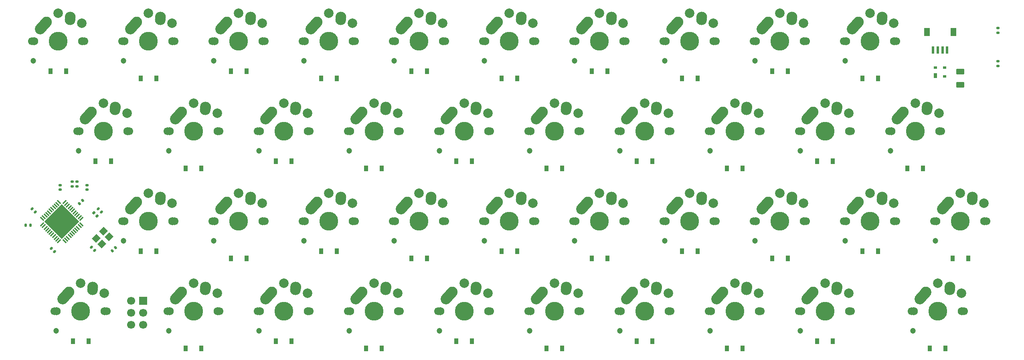
<source format=gbr>
%TF.GenerationSoftware,KiCad,Pcbnew,(6.0.7)*%
%TF.CreationDate,2022-10-29T13:55:09+02:00*%
%TF.ProjectId,Didaktik,44696461-6b74-4696-9b2e-6b696361645f,rev?*%
%TF.SameCoordinates,Original*%
%TF.FileFunction,Soldermask,Bot*%
%TF.FilePolarity,Negative*%
%FSLAX46Y46*%
G04 Gerber Fmt 4.6, Leading zero omitted, Abs format (unit mm)*
G04 Created by KiCad (PCBNEW (6.0.7)) date 2022-10-29 13:55:09*
%MOMM*%
%LPD*%
G01*
G04 APERTURE LIST*
G04 Aperture macros list*
%AMRoundRect*
0 Rectangle with rounded corners*
0 $1 Rounding radius*
0 $2 $3 $4 $5 $6 $7 $8 $9 X,Y pos of 4 corners*
0 Add a 4 corners polygon primitive as box body*
4,1,4,$2,$3,$4,$5,$6,$7,$8,$9,$2,$3,0*
0 Add four circle primitives for the rounded corners*
1,1,$1+$1,$2,$3*
1,1,$1+$1,$4,$5*
1,1,$1+$1,$6,$7*
1,1,$1+$1,$8,$9*
0 Add four rect primitives between the rounded corners*
20,1,$1+$1,$2,$3,$4,$5,0*
20,1,$1+$1,$4,$5,$6,$7,0*
20,1,$1+$1,$6,$7,$8,$9,0*
20,1,$1+$1,$8,$9,$2,$3,0*%
%AMHorizOval*
0 Thick line with rounded ends*
0 $1 width*
0 $2 $3 position (X,Y) of the first rounded end (center of the circle)*
0 $4 $5 position (X,Y) of the second rounded end (center of the circle)*
0 Add line between two ends*
20,1,$1,$2,$3,$4,$5,0*
0 Add two circle primitives to create the rounded ends*
1,1,$1,$2,$3*
1,1,$1,$4,$5*%
%AMRotRect*
0 Rectangle, with rotation*
0 The origin of the aperture is its center*
0 $1 length*
0 $2 width*
0 $3 Rotation angle, in degrees counterclockwise*
0 Add horizontal line*
21,1,$1,$2,0,0,$3*%
G04 Aperture macros list end*
%ADD10C,1.200000*%
%ADD11C,1.700000*%
%ADD12C,1.750000*%
%ADD13C,3.987800*%
%ADD14C,2.000000*%
%ADD15C,2.250000*%
%ADD16HorizOval,2.250000X0.019771X0.290016X-0.019771X-0.290016X0*%
%ADD17HorizOval,2.250000X0.654995X0.730004X-0.654995X-0.730004X0*%
%ADD18R,0.900000X1.200000*%
%ADD19R,1.200000X1.800000*%
%ADD20R,0.600000X1.550000*%
%ADD21RoundRect,0.140000X0.170000X-0.140000X0.170000X0.140000X-0.170000X0.140000X-0.170000X-0.140000X0*%
%ADD22RoundRect,0.140000X0.021213X-0.219203X0.219203X-0.021213X-0.021213X0.219203X-0.219203X0.021213X0*%
%ADD23RoundRect,0.135000X0.135000X0.185000X-0.135000X0.185000X-0.135000X-0.185000X0.135000X-0.185000X0*%
%ADD24RotRect,1.400000X1.200000X45.000000*%
%ADD25RoundRect,0.062500X0.291682X0.380070X-0.380070X-0.291682X-0.291682X-0.380070X0.380070X0.291682X0*%
%ADD26RoundRect,0.062500X-0.291682X0.380070X-0.380070X0.291682X0.291682X-0.380070X0.380070X-0.291682X0*%
%ADD27RotRect,5.200000X5.200000X225.000000*%
%ADD28R,0.700000X1.000000*%
%ADD29R,0.700000X0.600000*%
%ADD30R,1.700000X1.700000*%
%ADD31RoundRect,0.140000X0.219203X0.021213X0.021213X0.219203X-0.219203X-0.021213X-0.021213X-0.219203X0*%
%ADD32RoundRect,0.135000X-0.185000X0.135000X-0.185000X-0.135000X0.185000X-0.135000X0.185000X0.135000X0*%
%ADD33RoundRect,0.135000X0.226274X0.035355X0.035355X0.226274X-0.226274X-0.035355X-0.035355X-0.226274X0*%
%ADD34RoundRect,0.135000X0.185000X-0.135000X0.185000X0.135000X-0.185000X0.135000X-0.185000X-0.135000X0*%
%ADD35RoundRect,0.250000X-0.625000X0.375000X-0.625000X-0.375000X0.625000X-0.375000X0.625000X0.375000X0*%
%ADD36RoundRect,0.140000X-0.219203X-0.021213X-0.021213X-0.219203X0.219203X0.021213X0.021213X0.219203X0*%
G04 APERTURE END LIST*
D10*
%TO.C,SW3*%
X45580000Y-64525000D03*
D11*
X56300000Y-60325000D03*
D12*
X55880000Y-60325000D03*
X45720000Y-60325000D03*
D13*
X50800000Y-60325000D03*
D11*
X45300000Y-60325000D03*
D14*
X55800000Y-56525000D03*
D15*
X53340000Y-55245000D03*
D16*
X53319771Y-55534984D03*
D17*
X47644995Y-57054996D03*
D15*
X48300000Y-56325000D03*
D14*
X50800000Y-54425000D03*
%TD*%
D13*
%TO.C,SW20*%
X136525000Y-79375000D03*
D12*
X131445000Y-79375000D03*
D10*
X131305000Y-83575000D03*
D12*
X141605000Y-79375000D03*
D11*
X131025000Y-79375000D03*
X142025000Y-79375000D03*
D16*
X139044771Y-74584984D03*
D15*
X139065000Y-74295000D03*
D14*
X141525000Y-75575000D03*
X136525000Y-73475000D03*
D15*
X134025000Y-75375000D03*
D17*
X133369995Y-76104996D03*
%TD*%
D12*
%TO.C,SW10*%
X84455000Y-41275000D03*
D10*
X74155000Y-45475000D03*
D11*
X84875000Y-41275000D03*
D12*
X74295000Y-41275000D03*
D11*
X73875000Y-41275000D03*
D13*
X79375000Y-41275000D03*
D16*
X81894771Y-36484984D03*
D15*
X81915000Y-36195000D03*
D14*
X84375000Y-37475000D03*
X79375000Y-35375000D03*
D17*
X76219995Y-38004996D03*
D15*
X76875000Y-37275000D03*
%TD*%
D12*
%TO.C,SW9*%
X74930000Y-98425000D03*
D10*
X64630000Y-102625000D03*
D12*
X64770000Y-98425000D03*
D13*
X69850000Y-98425000D03*
D11*
X64350000Y-98425000D03*
X75350000Y-98425000D03*
D14*
X74850000Y-94625000D03*
D16*
X72369771Y-93634984D03*
D15*
X72390000Y-93345000D03*
D17*
X66694995Y-95154996D03*
D15*
X67350000Y-94425000D03*
D14*
X69850000Y-92525000D03*
%TD*%
D13*
%TO.C,SW12*%
X98425000Y-79375000D03*
D11*
X103925000Y-79375000D03*
X92925000Y-79375000D03*
D12*
X103505000Y-79375000D03*
D10*
X93205000Y-83575000D03*
D12*
X93345000Y-79375000D03*
D14*
X103425000Y-75575000D03*
D15*
X100965000Y-74295000D03*
D16*
X100944771Y-74584984D03*
D15*
X95925000Y-75375000D03*
D17*
X95269995Y-76104996D03*
D14*
X98425000Y-73475000D03*
%TD*%
D12*
%TO.C,SW31*%
X179070000Y-60325000D03*
D11*
X189650000Y-60325000D03*
D13*
X184150000Y-60325000D03*
D12*
X189230000Y-60325000D03*
D11*
X178650000Y-60325000D03*
D10*
X178930000Y-64525000D03*
D16*
X186669771Y-55534984D03*
D14*
X189150000Y-56525000D03*
D15*
X186690000Y-55245000D03*
D17*
X180994995Y-57054996D03*
D14*
X184150000Y-54425000D03*
D15*
X181650000Y-56325000D03*
%TD*%
D13*
%TO.C,SW23*%
X146050000Y-60325000D03*
D11*
X151550000Y-60325000D03*
D12*
X140970000Y-60325000D03*
D11*
X140550000Y-60325000D03*
D12*
X151130000Y-60325000D03*
D10*
X140830000Y-64525000D03*
D16*
X148569771Y-55534984D03*
D15*
X148590000Y-55245000D03*
D14*
X151050000Y-56525000D03*
D15*
X143550000Y-56325000D03*
D14*
X146050000Y-54425000D03*
D17*
X142894995Y-57054996D03*
%TD*%
D12*
%TO.C,SW5*%
X51117500Y-98425000D03*
D10*
X40817500Y-102625000D03*
D12*
X40957500Y-98425000D03*
D11*
X40537500Y-98425000D03*
D13*
X46037500Y-98425000D03*
D11*
X51537500Y-98425000D03*
D16*
X48557271Y-93634984D03*
D14*
X51037500Y-94625000D03*
D15*
X48577500Y-93345000D03*
D17*
X42882495Y-95154996D03*
D14*
X46037500Y-92525000D03*
D15*
X43537500Y-94425000D03*
%TD*%
D10*
%TO.C,SW40*%
X226555000Y-83575000D03*
D11*
X226275000Y-79375000D03*
D13*
X231775000Y-79375000D03*
D12*
X226695000Y-79375000D03*
X236855000Y-79375000D03*
D11*
X237275000Y-79375000D03*
D14*
X236775000Y-75575000D03*
D15*
X234315000Y-74295000D03*
D16*
X234294771Y-74584984D03*
D14*
X231775000Y-73475000D03*
D15*
X229275000Y-75375000D03*
D17*
X228619995Y-76104996D03*
%TD*%
D12*
%TO.C,SW34*%
X188595000Y-41275000D03*
D13*
X193675000Y-41275000D03*
D10*
X188455000Y-45475000D03*
D11*
X199175000Y-41275000D03*
X188175000Y-41275000D03*
D12*
X198755000Y-41275000D03*
D16*
X196194771Y-36484984D03*
D15*
X196215000Y-36195000D03*
D14*
X198675000Y-37475000D03*
D15*
X191175000Y-37275000D03*
D17*
X190519995Y-38004996D03*
D14*
X193675000Y-35375000D03*
%TD*%
D10*
%TO.C,SW19*%
X121780000Y-64525000D03*
D12*
X132080000Y-60325000D03*
D11*
X132500000Y-60325000D03*
D12*
X121920000Y-60325000D03*
D13*
X127000000Y-60325000D03*
D11*
X121500000Y-60325000D03*
D14*
X132000000Y-56525000D03*
D16*
X129519771Y-55534984D03*
D15*
X129540000Y-55245000D03*
D14*
X127000000Y-54425000D03*
D15*
X124500000Y-56325000D03*
D17*
X123844995Y-57054996D03*
%TD*%
D12*
%TO.C,SW27*%
X170180000Y-60325000D03*
D10*
X159880000Y-64525000D03*
D11*
X159600000Y-60325000D03*
D13*
X165100000Y-60325000D03*
D11*
X170600000Y-60325000D03*
D12*
X160020000Y-60325000D03*
D16*
X167619771Y-55534984D03*
D15*
X167640000Y-55245000D03*
D14*
X170100000Y-56525000D03*
D17*
X161944995Y-57054996D03*
D14*
X165100000Y-54425000D03*
D15*
X162600000Y-56325000D03*
%TD*%
D11*
%TO.C,SW38*%
X207225000Y-41275000D03*
D13*
X212725000Y-41275000D03*
D12*
X217805000Y-41275000D03*
D11*
X218225000Y-41275000D03*
D12*
X207645000Y-41275000D03*
D10*
X207505000Y-45475000D03*
D14*
X217725000Y-37475000D03*
D16*
X215244771Y-36484984D03*
D15*
X215265000Y-36195000D03*
D14*
X212725000Y-35375000D03*
D17*
X209569995Y-38004996D03*
D15*
X210225000Y-37275000D03*
%TD*%
D13*
%TO.C,SW15*%
X107950000Y-60325000D03*
D10*
X102730000Y-64525000D03*
D11*
X113450000Y-60325000D03*
X102450000Y-60325000D03*
D12*
X113030000Y-60325000D03*
X102870000Y-60325000D03*
D14*
X112950000Y-56525000D03*
D15*
X110490000Y-55245000D03*
D16*
X110469771Y-55534984D03*
D14*
X107950000Y-54425000D03*
D17*
X104794995Y-57054996D03*
D15*
X105450000Y-56325000D03*
%TD*%
D12*
%TO.C,SW32*%
X188595000Y-79375000D03*
D10*
X188455000Y-83575000D03*
D12*
X198755000Y-79375000D03*
D13*
X193675000Y-79375000D03*
D11*
X188175000Y-79375000D03*
X199175000Y-79375000D03*
D16*
X196194771Y-74584984D03*
D15*
X196215000Y-74295000D03*
D14*
X198675000Y-75575000D03*
X193675000Y-73475000D03*
D17*
X190519995Y-76104996D03*
D15*
X191175000Y-75375000D03*
%TD*%
D13*
%TO.C,SW21*%
X127000000Y-98425000D03*
D12*
X132080000Y-98425000D03*
X121920000Y-98425000D03*
D11*
X132500000Y-98425000D03*
D10*
X121780000Y-102625000D03*
D11*
X121500000Y-98425000D03*
D15*
X129540000Y-93345000D03*
D14*
X132000000Y-94625000D03*
D16*
X129519771Y-93634984D03*
D14*
X127000000Y-92525000D03*
D17*
X123844995Y-95154996D03*
D15*
X124500000Y-94425000D03*
%TD*%
D12*
%TO.C,SW7*%
X74930000Y-60325000D03*
X64770000Y-60325000D03*
D13*
X69850000Y-60325000D03*
D11*
X75350000Y-60325000D03*
D10*
X64630000Y-64525000D03*
D11*
X64350000Y-60325000D03*
D15*
X72390000Y-55245000D03*
D16*
X72369771Y-55534984D03*
D14*
X74850000Y-56525000D03*
D15*
X67350000Y-56325000D03*
D14*
X69850000Y-54425000D03*
D17*
X66694995Y-57054996D03*
%TD*%
D11*
%TO.C,SW11*%
X94400000Y-60325000D03*
D12*
X93980000Y-60325000D03*
D10*
X83680000Y-64525000D03*
D13*
X88900000Y-60325000D03*
D12*
X83820000Y-60325000D03*
D11*
X83400000Y-60325000D03*
D16*
X91419771Y-55534984D03*
D14*
X93900000Y-56525000D03*
D15*
X91440000Y-55245000D03*
D17*
X85744995Y-57054996D03*
D14*
X88900000Y-54425000D03*
D15*
X86400000Y-56325000D03*
%TD*%
D12*
%TO.C,SW14*%
X93345000Y-41275000D03*
D11*
X103925000Y-41275000D03*
D13*
X98425000Y-41275000D03*
D12*
X103505000Y-41275000D03*
D10*
X93205000Y-45475000D03*
D11*
X92925000Y-41275000D03*
D16*
X100944771Y-36484984D03*
D14*
X103425000Y-37475000D03*
D15*
X100965000Y-36195000D03*
D17*
X95269995Y-38004996D03*
D14*
X98425000Y-35375000D03*
D15*
X95925000Y-37275000D03*
%TD*%
D11*
%TO.C,SW41*%
X221512500Y-98425000D03*
D12*
X232092500Y-98425000D03*
D13*
X227012500Y-98425000D03*
D11*
X232512500Y-98425000D03*
D10*
X221792500Y-102625000D03*
D12*
X221932500Y-98425000D03*
D15*
X229552500Y-93345000D03*
D16*
X229532271Y-93634984D03*
D14*
X232012500Y-94625000D03*
D17*
X223857495Y-95154996D03*
D15*
X224512500Y-94425000D03*
D14*
X227012500Y-92525000D03*
%TD*%
D12*
%TO.C,SW30*%
X169545000Y-41275000D03*
X179705000Y-41275000D03*
D10*
X169405000Y-45475000D03*
D11*
X180125000Y-41275000D03*
D13*
X174625000Y-41275000D03*
D11*
X169125000Y-41275000D03*
D14*
X179625000Y-37475000D03*
D15*
X177165000Y-36195000D03*
D16*
X177144771Y-36484984D03*
D14*
X174625000Y-35375000D03*
D17*
X171469995Y-38004996D03*
D15*
X172125000Y-37275000D03*
%TD*%
D12*
%TO.C,SW8*%
X74295000Y-79375000D03*
D13*
X79375000Y-79375000D03*
D10*
X74155000Y-83575000D03*
D11*
X84875000Y-79375000D03*
D12*
X84455000Y-79375000D03*
D11*
X73875000Y-79375000D03*
D15*
X81915000Y-74295000D03*
D16*
X81894771Y-74584984D03*
D14*
X84375000Y-75575000D03*
X79375000Y-73475000D03*
D15*
X76875000Y-75375000D03*
D17*
X76219995Y-76104996D03*
%TD*%
D13*
%TO.C,SW18*%
X117475000Y-41275000D03*
D11*
X111975000Y-41275000D03*
D10*
X112255000Y-45475000D03*
D12*
X122555000Y-41275000D03*
X112395000Y-41275000D03*
D11*
X122975000Y-41275000D03*
D14*
X122475000Y-37475000D03*
D15*
X120015000Y-36195000D03*
D16*
X119994771Y-36484984D03*
D15*
X114975000Y-37275000D03*
D14*
X117475000Y-35375000D03*
D17*
X114319995Y-38004996D03*
%TD*%
D11*
%TO.C,SW24*%
X150075000Y-79375000D03*
D10*
X150355000Y-83575000D03*
D12*
X160655000Y-79375000D03*
D13*
X155575000Y-79375000D03*
D12*
X150495000Y-79375000D03*
D11*
X161075000Y-79375000D03*
D16*
X158094771Y-74584984D03*
D15*
X158115000Y-74295000D03*
D14*
X160575000Y-75575000D03*
X155575000Y-73475000D03*
D15*
X153075000Y-75375000D03*
D17*
X152419995Y-76104996D03*
%TD*%
D12*
%TO.C,SW2*%
X46355000Y-41275000D03*
D11*
X46775000Y-41275000D03*
D12*
X36195000Y-41275000D03*
D10*
X36055000Y-45475000D03*
D13*
X41275000Y-41275000D03*
D11*
X35775000Y-41275000D03*
D16*
X43794771Y-36484984D03*
D14*
X46275000Y-37475000D03*
D15*
X43815000Y-36195000D03*
D17*
X38119995Y-38004996D03*
D14*
X41275000Y-35375000D03*
D15*
X38775000Y-37275000D03*
%TD*%
D12*
%TO.C,SW28*%
X169545000Y-79375000D03*
D13*
X174625000Y-79375000D03*
D11*
X180125000Y-79375000D03*
X169125000Y-79375000D03*
D10*
X169405000Y-83575000D03*
D12*
X179705000Y-79375000D03*
D15*
X177165000Y-74295000D03*
D16*
X177144771Y-74584984D03*
D14*
X179625000Y-75575000D03*
D17*
X171469995Y-76104996D03*
D15*
X172125000Y-75375000D03*
D14*
X174625000Y-73475000D03*
%TD*%
D13*
%TO.C,SW13*%
X88900000Y-98425000D03*
D10*
X83680000Y-102625000D03*
D12*
X93980000Y-98425000D03*
X83820000Y-98425000D03*
D11*
X94400000Y-98425000D03*
X83400000Y-98425000D03*
D16*
X91419771Y-93634984D03*
D14*
X93900000Y-94625000D03*
D15*
X91440000Y-93345000D03*
X86400000Y-94425000D03*
D14*
X88900000Y-92525000D03*
D17*
X85744995Y-95154996D03*
%TD*%
D12*
%TO.C,SW36*%
X207645000Y-79375000D03*
X217805000Y-79375000D03*
D11*
X207225000Y-79375000D03*
X218225000Y-79375000D03*
D10*
X207505000Y-83575000D03*
D13*
X212725000Y-79375000D03*
D16*
X215244771Y-74584984D03*
D14*
X217725000Y-75575000D03*
D15*
X215265000Y-74295000D03*
D14*
X212725000Y-73475000D03*
D15*
X210225000Y-75375000D03*
D17*
X209569995Y-76104996D03*
%TD*%
D11*
%TO.C,SW6*%
X65825000Y-41275000D03*
D12*
X55245000Y-41275000D03*
D13*
X60325000Y-41275000D03*
D10*
X55105000Y-45475000D03*
D11*
X54825000Y-41275000D03*
D12*
X65405000Y-41275000D03*
D15*
X62865000Y-36195000D03*
D16*
X62844771Y-36484984D03*
D14*
X65325000Y-37475000D03*
D15*
X57825000Y-37275000D03*
D17*
X57169995Y-38004996D03*
D14*
X60325000Y-35375000D03*
%TD*%
D12*
%TO.C,SW25*%
X140970000Y-98425000D03*
D13*
X146050000Y-98425000D03*
D12*
X151130000Y-98425000D03*
D11*
X151550000Y-98425000D03*
D10*
X140830000Y-102625000D03*
D11*
X140550000Y-98425000D03*
D14*
X151050000Y-94625000D03*
D15*
X148590000Y-93345000D03*
D16*
X148569771Y-93634984D03*
D17*
X142894995Y-95154996D03*
D14*
X146050000Y-92525000D03*
D15*
X143550000Y-94425000D03*
%TD*%
D12*
%TO.C,SW26*%
X160655000Y-41275000D03*
D10*
X150355000Y-45475000D03*
D11*
X161075000Y-41275000D03*
D13*
X155575000Y-41275000D03*
D11*
X150075000Y-41275000D03*
D12*
X150495000Y-41275000D03*
D16*
X158094771Y-36484984D03*
D15*
X158115000Y-36195000D03*
D14*
X160575000Y-37475000D03*
X155575000Y-35375000D03*
D15*
X153075000Y-37275000D03*
D17*
X152419995Y-38004996D03*
%TD*%
D12*
%TO.C,SW35*%
X208280000Y-60325000D03*
D10*
X197980000Y-64525000D03*
D11*
X208700000Y-60325000D03*
X197700000Y-60325000D03*
D13*
X203200000Y-60325000D03*
D12*
X198120000Y-60325000D03*
D15*
X205740000Y-55245000D03*
D14*
X208200000Y-56525000D03*
D16*
X205719771Y-55534984D03*
D14*
X203200000Y-54425000D03*
D17*
X200044995Y-57054996D03*
D15*
X200700000Y-56325000D03*
%TD*%
D13*
%TO.C,SW4*%
X60325000Y-79375000D03*
D11*
X54825000Y-79375000D03*
D10*
X55105000Y-83575000D03*
D12*
X55245000Y-79375000D03*
X65405000Y-79375000D03*
D11*
X65825000Y-79375000D03*
D15*
X62865000Y-74295000D03*
D16*
X62844771Y-74584984D03*
D14*
X65325000Y-75575000D03*
D17*
X57169995Y-76104996D03*
D14*
X60325000Y-73475000D03*
D15*
X57825000Y-75375000D03*
%TD*%
D13*
%TO.C,SW37*%
X203200000Y-98425000D03*
D11*
X208700000Y-98425000D03*
X197700000Y-98425000D03*
D12*
X198120000Y-98425000D03*
D10*
X197980000Y-102625000D03*
D12*
X208280000Y-98425000D03*
D16*
X205719771Y-93634984D03*
D15*
X205740000Y-93345000D03*
D14*
X208200000Y-94625000D03*
D17*
X200044995Y-95154996D03*
D14*
X203200000Y-92525000D03*
D15*
X200700000Y-94425000D03*
%TD*%
D12*
%TO.C,SW39*%
X227330000Y-60325000D03*
D13*
X222250000Y-60325000D03*
D10*
X217030000Y-64525000D03*
D11*
X216750000Y-60325000D03*
X227750000Y-60325000D03*
D12*
X217170000Y-60325000D03*
D14*
X227250000Y-56525000D03*
D16*
X224769771Y-55534984D03*
D15*
X224790000Y-55245000D03*
X219750000Y-56325000D03*
D17*
X219094995Y-57054996D03*
D14*
X222250000Y-54425000D03*
%TD*%
D12*
%TO.C,SW22*%
X131445000Y-41275000D03*
D13*
X136525000Y-41275000D03*
D11*
X142025000Y-41275000D03*
D12*
X141605000Y-41275000D03*
D11*
X131025000Y-41275000D03*
D10*
X131305000Y-45475000D03*
D16*
X139044771Y-36484984D03*
D15*
X139065000Y-36195000D03*
D14*
X141525000Y-37475000D03*
D17*
X133369995Y-38004996D03*
D14*
X136525000Y-35375000D03*
D15*
X134025000Y-37275000D03*
%TD*%
D12*
%TO.C,SW16*%
X112395000Y-79375000D03*
X122555000Y-79375000D03*
D13*
X117475000Y-79375000D03*
D11*
X111975000Y-79375000D03*
X122975000Y-79375000D03*
D10*
X112255000Y-83575000D03*
D14*
X122475000Y-75575000D03*
D16*
X119994771Y-74584984D03*
D15*
X120015000Y-74295000D03*
X114975000Y-75375000D03*
D17*
X114319995Y-76104996D03*
D14*
X117475000Y-73475000D03*
%TD*%
D13*
%TO.C,SW33*%
X184150000Y-98425000D03*
D11*
X189650000Y-98425000D03*
X178650000Y-98425000D03*
D12*
X179070000Y-98425000D03*
D10*
X178930000Y-102625000D03*
D12*
X189230000Y-98425000D03*
D14*
X189150000Y-94625000D03*
D15*
X186690000Y-93345000D03*
D16*
X186669771Y-93634984D03*
D17*
X180994995Y-95154996D03*
D14*
X184150000Y-92525000D03*
D15*
X181650000Y-94425000D03*
%TD*%
D12*
%TO.C,SW29*%
X170180000Y-98425000D03*
D11*
X170600000Y-98425000D03*
X159600000Y-98425000D03*
D12*
X160020000Y-98425000D03*
D13*
X165100000Y-98425000D03*
D10*
X159880000Y-102625000D03*
D16*
X167619771Y-93634984D03*
D15*
X167640000Y-93345000D03*
D14*
X170100000Y-94625000D03*
D17*
X161944995Y-95154996D03*
D15*
X162600000Y-94425000D03*
D14*
X165100000Y-92525000D03*
%TD*%
D11*
%TO.C,SW17*%
X113450000Y-98425000D03*
D12*
X102870000Y-98425000D03*
D11*
X102450000Y-98425000D03*
D12*
X113030000Y-98425000D03*
D13*
X107950000Y-98425000D03*
D10*
X102730000Y-102625000D03*
D14*
X112950000Y-94625000D03*
D15*
X110490000Y-93345000D03*
D16*
X110469771Y-93634984D03*
D17*
X104794995Y-95154996D03*
D15*
X105450000Y-94425000D03*
D14*
X107950000Y-92525000D03*
%TD*%
D18*
%TO.C,D29*%
X166750000Y-104775000D03*
X163450000Y-104775000D03*
%TD*%
D19*
%TO.C,J1*%
X230312500Y-39321000D03*
X224712500Y-39321000D03*
D20*
X226012500Y-43196000D03*
X227012500Y-43196000D03*
X228012500Y-43196000D03*
X229012500Y-43196000D03*
%TD*%
D18*
%TO.C,D6*%
X71500000Y-68262500D03*
X68200000Y-68262500D03*
%TD*%
D21*
%TO.C,C1*%
X41656000Y-72743000D03*
X41656000Y-71783000D03*
%TD*%
D18*
%TO.C,D14*%
X109600000Y-68262500D03*
X106300000Y-68262500D03*
%TD*%
%TO.C,D40*%
X233425000Y-87312500D03*
X230125000Y-87312500D03*
%TD*%
%TO.C,D8*%
X71500000Y-106362500D03*
X68200000Y-106362500D03*
%TD*%
%TO.C,D3*%
X61975000Y-85725000D03*
X58675000Y-85725000D03*
%TD*%
%TO.C,D36*%
X214375000Y-85725000D03*
X211075000Y-85725000D03*
%TD*%
%TO.C,D32*%
X195325000Y-87312500D03*
X192025000Y-87312500D03*
%TD*%
D22*
%TO.C,C4*%
X52683089Y-85656080D03*
X53361911Y-84977258D03*
%TD*%
D18*
%TO.C,D1*%
X42925000Y-47625000D03*
X39625000Y-47625000D03*
%TD*%
D23*
%TO.C,R4*%
X35435000Y-80264000D03*
X34415000Y-80264000D03*
%TD*%
D24*
%TO.C,Y1*%
X49294142Y-83048696D03*
X50849777Y-81493061D03*
X52051858Y-82695142D03*
X50496223Y-84250777D03*
%TD*%
D18*
%TO.C,D15*%
X119125000Y-87312500D03*
X115825000Y-87312500D03*
%TD*%
D25*
%TO.C,U1*%
X42629202Y-75374264D03*
X42982755Y-75727818D03*
X43336309Y-76081371D03*
X43689862Y-76434924D03*
X44043415Y-76788478D03*
X44396969Y-77142031D03*
X44750522Y-77495585D03*
X45104076Y-77849138D03*
X45457629Y-78202691D03*
X45811182Y-78556245D03*
X46164736Y-78909798D03*
D26*
X46164736Y-80094202D03*
X45811182Y-80447755D03*
X45457629Y-80801309D03*
X45104076Y-81154862D03*
X44750522Y-81508415D03*
X44396969Y-81861969D03*
X44043415Y-82215522D03*
X43689862Y-82569076D03*
X43336309Y-82922629D03*
X42982755Y-83276182D03*
X42629202Y-83629736D03*
D25*
X41444798Y-83629736D03*
X41091245Y-83276182D03*
X40737691Y-82922629D03*
X40384138Y-82569076D03*
X40030585Y-82215522D03*
X39677031Y-81861969D03*
X39323478Y-81508415D03*
X38969924Y-81154862D03*
X38616371Y-80801309D03*
X38262818Y-80447755D03*
X37909264Y-80094202D03*
D26*
X37909264Y-78909798D03*
X38262818Y-78556245D03*
X38616371Y-78202691D03*
X38969924Y-77849138D03*
X39323478Y-77495585D03*
X39677031Y-77142031D03*
X40030585Y-76788478D03*
X40384138Y-76434924D03*
X40737691Y-76081371D03*
X41091245Y-75727818D03*
X41444798Y-75374264D03*
D27*
X42037000Y-79502000D03*
%TD*%
D28*
%TO.C,D25*%
X226512500Y-48552000D03*
D29*
X226512500Y-46852000D03*
X228512500Y-46852000D03*
X228512500Y-48752000D03*
%TD*%
D18*
%TO.C,D34*%
X195325000Y-47625000D03*
X192025000Y-47625000D03*
%TD*%
%TO.C,D23*%
X157225000Y-87312500D03*
X153925000Y-87312500D03*
%TD*%
%TO.C,D21*%
X138175000Y-49212500D03*
X134875000Y-49212500D03*
%TD*%
%TO.C,D39*%
X223900000Y-68262500D03*
X220600000Y-68262500D03*
%TD*%
%TO.C,D30*%
X176275000Y-49212500D03*
X172975000Y-49212500D03*
%TD*%
%TO.C,D41*%
X228662500Y-106362500D03*
X225362500Y-106362500D03*
%TD*%
%TO.C,D20*%
X128650000Y-104775000D03*
X125350000Y-104775000D03*
%TD*%
%TO.C,D24*%
X147700000Y-106362500D03*
X144400000Y-106362500D03*
%TD*%
%TO.C,D26*%
X157225000Y-47625000D03*
X153925000Y-47625000D03*
%TD*%
%TO.C,D22*%
X147700000Y-68262500D03*
X144400000Y-68262500D03*
%TD*%
%TO.C,D13*%
X100075000Y-49212500D03*
X96775000Y-49212500D03*
%TD*%
D11*
%TO.C,J2*%
X56713935Y-101357192D03*
X59253935Y-101357192D03*
X56713935Y-98817192D03*
X59253935Y-98817192D03*
X56713935Y-96277192D03*
D30*
X59253935Y-96277192D03*
%TD*%
D31*
%TO.C,C3*%
X48944911Y-85592580D03*
X48266089Y-84913758D03*
%TD*%
D18*
%TO.C,D7*%
X81025000Y-87312500D03*
X77725000Y-87312500D03*
%TD*%
%TO.C,D4*%
X47687500Y-104775000D03*
X44387500Y-104775000D03*
%TD*%
D32*
%TO.C,R2*%
X45212000Y-70991000D03*
X45212000Y-72011000D03*
%TD*%
D18*
%TO.C,D38*%
X214375000Y-49212500D03*
X211075000Y-49212500D03*
%TD*%
D33*
%TO.C,R3*%
X49509624Y-78338624D03*
X48788376Y-77617376D03*
%TD*%
D18*
%TO.C,D31*%
X185800000Y-68262500D03*
X182500000Y-68262500D03*
%TD*%
%TO.C,D2*%
X52450000Y-66675000D03*
X49150000Y-66675000D03*
%TD*%
%TO.C,D9*%
X81025000Y-47625000D03*
X77725000Y-47625000D03*
%TD*%
%TO.C,D12*%
X90550000Y-104775000D03*
X87250000Y-104775000D03*
%TD*%
%TO.C,D35*%
X204850000Y-66675000D03*
X201550000Y-66675000D03*
%TD*%
D34*
%TO.C,R9*%
X239769074Y-39512851D03*
X239769074Y-38492851D03*
%TD*%
D35*
%TO.C,F1*%
X231775000Y-47749000D03*
X231775000Y-50549000D03*
%TD*%
D18*
%TO.C,D33*%
X185800000Y-106362500D03*
X182500000Y-106362500D03*
%TD*%
%TO.C,D17*%
X119125000Y-47625000D03*
X115825000Y-47625000D03*
%TD*%
%TO.C,D27*%
X166750000Y-66675000D03*
X163450000Y-66675000D03*
%TD*%
%TO.C,D16*%
X109600000Y-106362500D03*
X106300000Y-106362500D03*
%TD*%
%TO.C,D28*%
X176275000Y-85725000D03*
X172975000Y-85725000D03*
%TD*%
%TO.C,D18*%
X128650000Y-66675000D03*
X125350000Y-66675000D03*
%TD*%
D34*
%TO.C,R8*%
X239712500Y-46547500D03*
X239712500Y-45527500D03*
%TD*%
D18*
%TO.C,D5*%
X61975000Y-49212500D03*
X58675000Y-49212500D03*
%TD*%
%TO.C,D19*%
X138175000Y-85725000D03*
X134875000Y-85725000D03*
%TD*%
D31*
%TO.C,C5*%
X36407411Y-77428411D03*
X35728589Y-76749589D03*
%TD*%
D18*
%TO.C,D10*%
X90550000Y-66675000D03*
X87250000Y-66675000D03*
%TD*%
D32*
%TO.C,R1*%
X44196000Y-70991000D03*
X44196000Y-72011000D03*
%TD*%
D31*
%TO.C,C7*%
X50377411Y-77428411D03*
X49698589Y-76749589D03*
%TD*%
D22*
%TO.C,C6*%
X45761589Y-75650411D03*
X46440411Y-74971589D03*
%TD*%
D18*
%TO.C,D37*%
X204850000Y-104775000D03*
X201550000Y-104775000D03*
%TD*%
D36*
%TO.C,C2*%
X39792589Y-85131589D03*
X40471411Y-85810411D03*
%TD*%
D21*
%TO.C,C8*%
X47371000Y-72743000D03*
X47371000Y-71783000D03*
%TD*%
D18*
%TO.C,D11*%
X100075000Y-85725000D03*
X96775000Y-85725000D03*
%TD*%
M02*

</source>
